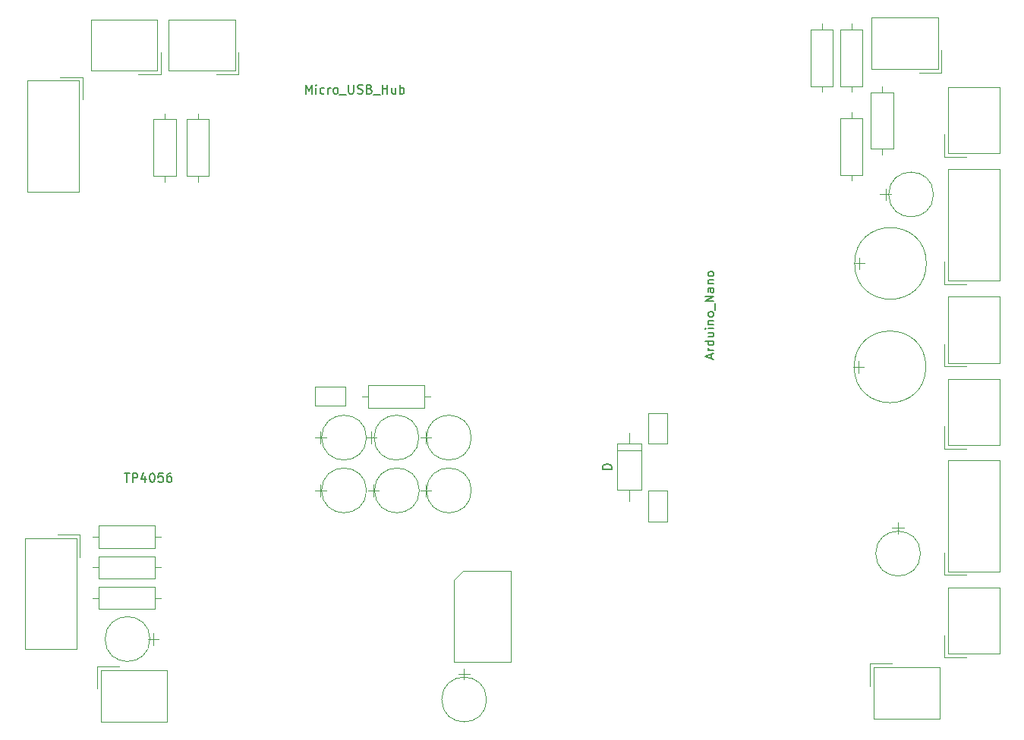
<source format=gbr>
G04 #@! TF.FileFunction,Other,Fab,Top*
%FSLAX46Y46*%
G04 Gerber Fmt 4.6, Leading zero omitted, Abs format (unit mm)*
G04 Created by KiCad (PCBNEW 4.0.6+dfsg1-1) date Mon Feb 19 16:16:53 2018*
%MOMM*%
%LPD*%
G01*
G04 APERTURE LIST*
%ADD10C,0.100000*%
%ADD11C,0.150000*%
G04 APERTURE END LIST*
D10*
X102750000Y-134100000D02*
G75*
G03X102750000Y-134100000I-2500000J0D01*
G01*
X103700000Y-134100000D02*
X102500000Y-134100000D01*
X103100000Y-134750000D02*
X103100000Y-133450000D01*
X188700000Y-124550000D02*
G75*
G03X188700000Y-124550000I-2500000J0D01*
G01*
X186200000Y-121100000D02*
X186200000Y-122300000D01*
X186850000Y-121700000D02*
X185550000Y-121700000D01*
X183150000Y-79340000D02*
X185650000Y-79340000D01*
X185650000Y-79340000D02*
X185650000Y-73040000D01*
X185650000Y-73040000D02*
X183150000Y-73040000D01*
X183150000Y-73040000D02*
X183150000Y-79340000D01*
X184400000Y-80000000D02*
X184400000Y-79340000D01*
X184400000Y-72380000D02*
X184400000Y-73040000D01*
X182250000Y-66060000D02*
X179750000Y-66060000D01*
X179750000Y-66060000D02*
X179750000Y-72360000D01*
X179750000Y-72360000D02*
X182250000Y-72360000D01*
X182250000Y-72360000D02*
X182250000Y-66060000D01*
X181000000Y-65400000D02*
X181000000Y-66060000D01*
X181000000Y-73020000D02*
X181000000Y-72360000D01*
X105650000Y-76060000D02*
X103150000Y-76060000D01*
X103150000Y-76060000D02*
X103150000Y-82360000D01*
X103150000Y-82360000D02*
X105650000Y-82360000D01*
X105650000Y-82360000D02*
X105650000Y-76060000D01*
X104400000Y-75400000D02*
X104400000Y-76060000D01*
X104400000Y-83020000D02*
X104400000Y-82360000D01*
X103340000Y-130750000D02*
X103340000Y-128250000D01*
X103340000Y-128250000D02*
X97040000Y-128250000D01*
X97040000Y-128250000D02*
X97040000Y-130750000D01*
X97040000Y-130750000D02*
X103340000Y-130750000D01*
X104000000Y-129500000D02*
X103340000Y-129500000D01*
X96380000Y-129500000D02*
X97040000Y-129500000D01*
X103340000Y-127350000D02*
X103340000Y-124850000D01*
X103340000Y-124850000D02*
X97040000Y-124850000D01*
X97040000Y-124850000D02*
X97040000Y-127350000D01*
X97040000Y-127350000D02*
X103340000Y-127350000D01*
X104000000Y-126100000D02*
X103340000Y-126100000D01*
X96380000Y-126100000D02*
X97040000Y-126100000D01*
X103340000Y-123950000D02*
X103340000Y-121450000D01*
X103340000Y-121450000D02*
X97040000Y-121450000D01*
X97040000Y-121450000D02*
X97040000Y-123950000D01*
X97040000Y-123950000D02*
X103340000Y-123950000D01*
X104000000Y-122700000D02*
X103340000Y-122700000D01*
X96380000Y-122700000D02*
X97040000Y-122700000D01*
X109350000Y-76060000D02*
X106850000Y-76060000D01*
X106850000Y-76060000D02*
X106850000Y-82360000D01*
X106850000Y-82360000D02*
X109350000Y-82360000D01*
X109350000Y-82360000D02*
X109350000Y-76060000D01*
X108100000Y-75400000D02*
X108100000Y-76060000D01*
X108100000Y-83020000D02*
X108100000Y-82360000D01*
X182250000Y-75960000D02*
X179750000Y-75960000D01*
X179750000Y-75960000D02*
X179750000Y-82260000D01*
X179750000Y-82260000D02*
X182250000Y-82260000D01*
X182250000Y-82260000D02*
X182250000Y-75960000D01*
X181000000Y-75300000D02*
X181000000Y-75960000D01*
X181000000Y-82920000D02*
X181000000Y-82260000D01*
X178950000Y-66060000D02*
X176450000Y-66060000D01*
X176450000Y-66060000D02*
X176450000Y-72360000D01*
X176450000Y-72360000D02*
X178950000Y-72360000D01*
X178950000Y-72360000D02*
X178950000Y-66060000D01*
X177700000Y-65400000D02*
X177700000Y-66060000D01*
X177700000Y-73020000D02*
X177700000Y-72360000D01*
X94550000Y-122850000D02*
X88800000Y-122850000D01*
X88800000Y-122850000D02*
X88800000Y-135250000D01*
X88800000Y-135250000D02*
X94550000Y-135250000D01*
X94550000Y-135250000D02*
X94550000Y-122850000D01*
X94950000Y-124950000D02*
X94950000Y-122450000D01*
X94950000Y-122450000D02*
X92450000Y-122450000D01*
X183450000Y-137250000D02*
X183450000Y-143000000D01*
X183450000Y-143000000D02*
X190850000Y-143000000D01*
X190850000Y-143000000D02*
X190850000Y-137250000D01*
X190850000Y-137250000D02*
X183450000Y-137250000D01*
X185550000Y-136850000D02*
X183050000Y-136850000D01*
X183050000Y-136850000D02*
X183050000Y-139350000D01*
X112250000Y-70650000D02*
X112250000Y-64900000D01*
X112250000Y-64900000D02*
X104850000Y-64900000D01*
X104850000Y-64900000D02*
X104850000Y-70650000D01*
X104850000Y-70650000D02*
X112250000Y-70650000D01*
X110150000Y-71050000D02*
X112650000Y-71050000D01*
X112650000Y-71050000D02*
X112650000Y-68550000D01*
X191750000Y-112450000D02*
X197500000Y-112450000D01*
X197500000Y-112450000D02*
X197500000Y-105050000D01*
X197500000Y-105050000D02*
X191750000Y-105050000D01*
X191750000Y-105050000D02*
X191750000Y-112450000D01*
X191350000Y-110350000D02*
X191350000Y-112850000D01*
X191350000Y-112850000D02*
X193850000Y-112850000D01*
X191750000Y-103250000D02*
X197500000Y-103250000D01*
X197500000Y-103250000D02*
X197500000Y-95850000D01*
X197500000Y-95850000D02*
X191750000Y-95850000D01*
X191750000Y-95850000D02*
X191750000Y-103250000D01*
X191350000Y-101150000D02*
X191350000Y-103650000D01*
X191350000Y-103650000D02*
X193850000Y-103650000D01*
X127060000Y-105750000D02*
X127060000Y-108250000D01*
X127060000Y-108250000D02*
X133360000Y-108250000D01*
X133360000Y-108250000D02*
X133360000Y-105750000D01*
X133360000Y-105750000D02*
X127060000Y-105750000D01*
X126400000Y-107000000D02*
X127060000Y-107000000D01*
X134020000Y-107000000D02*
X133360000Y-107000000D01*
X137635000Y-126530000D02*
X142985000Y-126530000D01*
X142985000Y-126530000D02*
X142985000Y-136690000D01*
X142985000Y-136690000D02*
X136635000Y-136690000D01*
X136635000Y-136690000D02*
X136635000Y-127530000D01*
X136635000Y-127530000D02*
X137635000Y-126530000D01*
X190650000Y-70450000D02*
X190650000Y-64700000D01*
X190650000Y-64700000D02*
X183250000Y-64700000D01*
X183250000Y-64700000D02*
X183250000Y-70450000D01*
X183250000Y-70450000D02*
X190650000Y-70450000D01*
X188550000Y-70850000D02*
X191050000Y-70850000D01*
X191050000Y-70850000D02*
X191050000Y-68350000D01*
X97250000Y-137550000D02*
X97250000Y-143300000D01*
X97250000Y-143300000D02*
X104650000Y-143300000D01*
X104650000Y-143300000D02*
X104650000Y-137550000D01*
X104650000Y-137550000D02*
X97250000Y-137550000D01*
X99350000Y-137150000D02*
X96850000Y-137150000D01*
X96850000Y-137150000D02*
X96850000Y-139650000D01*
X103550000Y-70650000D02*
X103550000Y-64900000D01*
X103550000Y-64900000D02*
X96150000Y-64900000D01*
X96150000Y-64900000D02*
X96150000Y-70650000D01*
X96150000Y-70650000D02*
X103550000Y-70650000D01*
X101450000Y-71050000D02*
X103950000Y-71050000D01*
X103950000Y-71050000D02*
X103950000Y-68550000D01*
X191750000Y-79850000D02*
X197500000Y-79850000D01*
X197500000Y-79850000D02*
X197500000Y-72450000D01*
X197500000Y-72450000D02*
X191750000Y-72450000D01*
X191750000Y-72450000D02*
X191750000Y-79850000D01*
X191350000Y-77750000D02*
X191350000Y-80250000D01*
X191350000Y-80250000D02*
X193850000Y-80250000D01*
X191750000Y-94050000D02*
X197500000Y-94050000D01*
X197500000Y-94050000D02*
X197500000Y-81650000D01*
X197500000Y-81650000D02*
X191750000Y-81650000D01*
X191750000Y-81650000D02*
X191750000Y-94050000D01*
X191350000Y-91950000D02*
X191350000Y-94450000D01*
X191350000Y-94450000D02*
X193850000Y-94450000D01*
X126900000Y-111600000D02*
G75*
G03X126900000Y-111600000I-2500000J0D01*
G01*
X121200000Y-111600000D02*
X122400000Y-111600000D01*
X121800000Y-110950000D02*
X121800000Y-112250000D01*
X158350000Y-112250000D02*
X160450000Y-112250000D01*
X160450000Y-112250000D02*
X160450000Y-108850000D01*
X160450000Y-108850000D02*
X158350000Y-108850000D01*
X158350000Y-108850000D02*
X158350000Y-112250000D01*
X124550000Y-108050000D02*
X124550000Y-105950000D01*
X124550000Y-105950000D02*
X121150000Y-105950000D01*
X121150000Y-105950000D02*
X121150000Y-108050000D01*
X121150000Y-108050000D02*
X124550000Y-108050000D01*
X160450000Y-117550000D02*
X158350000Y-117550000D01*
X158350000Y-117550000D02*
X158350000Y-120950000D01*
X158350000Y-120950000D02*
X160450000Y-120950000D01*
X160450000Y-120950000D02*
X160450000Y-117550000D01*
X94850000Y-71750000D02*
X89100000Y-71750000D01*
X89100000Y-71750000D02*
X89100000Y-84150000D01*
X89100000Y-84150000D02*
X94850000Y-84150000D01*
X94850000Y-84150000D02*
X94850000Y-71750000D01*
X95250000Y-73850000D02*
X95250000Y-71350000D01*
X95250000Y-71350000D02*
X92750000Y-71350000D01*
X191750000Y-126550000D02*
X197500000Y-126550000D01*
X197500000Y-126550000D02*
X197500000Y-114150000D01*
X197500000Y-114150000D02*
X191750000Y-114150000D01*
X191750000Y-114150000D02*
X191750000Y-126550000D01*
X191350000Y-124450000D02*
X191350000Y-126950000D01*
X191350000Y-126950000D02*
X193850000Y-126950000D01*
X189300000Y-103700000D02*
G75*
G03X189300000Y-103700000I-4000000J0D01*
G01*
X181200000Y-103700000D02*
X182400000Y-103700000D01*
X181800000Y-103050000D02*
X181800000Y-104350000D01*
X189350000Y-92150000D02*
G75*
G03X189350000Y-92150000I-4000000J0D01*
G01*
X181250000Y-92150000D02*
X182450000Y-92150000D01*
X181850000Y-91500000D02*
X181850000Y-92800000D01*
X140300000Y-140850000D02*
G75*
G03X140300000Y-140850000I-2500000J0D01*
G01*
X137800000Y-137400000D02*
X137800000Y-138600000D01*
X138450000Y-138000000D02*
X137150000Y-138000000D01*
X126900000Y-117500000D02*
G75*
G03X126900000Y-117500000I-2500000J0D01*
G01*
X121200000Y-117500000D02*
X122400000Y-117500000D01*
X121800000Y-116850000D02*
X121800000Y-118150000D01*
X190150000Y-84450000D02*
G75*
G03X190150000Y-84450000I-2500000J0D01*
G01*
X184200000Y-84450000D02*
X185400000Y-84450000D01*
X184800000Y-83800000D02*
X184800000Y-85100000D01*
X132750000Y-111600000D02*
G75*
G03X132750000Y-111600000I-2500000J0D01*
G01*
X126800000Y-111600000D02*
X128000000Y-111600000D01*
X127400000Y-110950000D02*
X127400000Y-112250000D01*
X138600000Y-117500000D02*
G75*
G03X138600000Y-117500000I-2500000J0D01*
G01*
X132900000Y-117500000D02*
X134100000Y-117500000D01*
X133500000Y-116850000D02*
X133500000Y-118150000D01*
X138600000Y-111600000D02*
G75*
G03X138600000Y-111600000I-2500000J0D01*
G01*
X132900000Y-111600000D02*
X134100000Y-111600000D01*
X133500000Y-110950000D02*
X133500000Y-112250000D01*
X132800000Y-117500000D02*
G75*
G03X132800000Y-117500000I-2500000J0D01*
G01*
X127100000Y-117500000D02*
X128300000Y-117500000D01*
X127700000Y-116850000D02*
X127700000Y-118150000D01*
X191750000Y-135750000D02*
X197500000Y-135750000D01*
X197500000Y-135750000D02*
X197500000Y-128350000D01*
X197500000Y-128350000D02*
X191750000Y-128350000D01*
X191750000Y-128350000D02*
X191750000Y-135750000D01*
X191350000Y-133650000D02*
X191350000Y-136150000D01*
X191350000Y-136150000D02*
X193850000Y-136150000D01*
X157550000Y-112260000D02*
X154850000Y-112260000D01*
X154850000Y-112260000D02*
X154850000Y-117460000D01*
X154850000Y-117460000D02*
X157550000Y-117460000D01*
X157550000Y-117460000D02*
X157550000Y-112260000D01*
X156200000Y-111050000D02*
X156200000Y-112260000D01*
X156200000Y-118670000D02*
X156200000Y-117460000D01*
X157550000Y-113040000D02*
X154850000Y-113040000D01*
D11*
X99909524Y-115562381D02*
X100480953Y-115562381D01*
X100195238Y-116562381D02*
X100195238Y-115562381D01*
X100814286Y-116562381D02*
X100814286Y-115562381D01*
X101195239Y-115562381D01*
X101290477Y-115610000D01*
X101338096Y-115657619D01*
X101385715Y-115752857D01*
X101385715Y-115895714D01*
X101338096Y-115990952D01*
X101290477Y-116038571D01*
X101195239Y-116086190D01*
X100814286Y-116086190D01*
X102242858Y-115895714D02*
X102242858Y-116562381D01*
X102004762Y-115514762D02*
X101766667Y-116229048D01*
X102385715Y-116229048D01*
X102957143Y-115562381D02*
X103052382Y-115562381D01*
X103147620Y-115610000D01*
X103195239Y-115657619D01*
X103242858Y-115752857D01*
X103290477Y-115943333D01*
X103290477Y-116181429D01*
X103242858Y-116371905D01*
X103195239Y-116467143D01*
X103147620Y-116514762D01*
X103052382Y-116562381D01*
X102957143Y-116562381D01*
X102861905Y-116514762D01*
X102814286Y-116467143D01*
X102766667Y-116371905D01*
X102719048Y-116181429D01*
X102719048Y-115943333D01*
X102766667Y-115752857D01*
X102814286Y-115657619D01*
X102861905Y-115610000D01*
X102957143Y-115562381D01*
X104195239Y-115562381D02*
X103719048Y-115562381D01*
X103671429Y-116038571D01*
X103719048Y-115990952D01*
X103814286Y-115943333D01*
X104052382Y-115943333D01*
X104147620Y-115990952D01*
X104195239Y-116038571D01*
X104242858Y-116133810D01*
X104242858Y-116371905D01*
X104195239Y-116467143D01*
X104147620Y-116514762D01*
X104052382Y-116562381D01*
X103814286Y-116562381D01*
X103719048Y-116514762D01*
X103671429Y-116467143D01*
X105100001Y-115562381D02*
X104909524Y-115562381D01*
X104814286Y-115610000D01*
X104766667Y-115657619D01*
X104671429Y-115800476D01*
X104623810Y-115990952D01*
X104623810Y-116371905D01*
X104671429Y-116467143D01*
X104719048Y-116514762D01*
X104814286Y-116562381D01*
X105004763Y-116562381D01*
X105100001Y-116514762D01*
X105147620Y-116467143D01*
X105195239Y-116371905D01*
X105195239Y-116133810D01*
X105147620Y-116038571D01*
X105100001Y-115990952D01*
X105004763Y-115943333D01*
X104814286Y-115943333D01*
X104719048Y-115990952D01*
X104671429Y-116038571D01*
X104623810Y-116133810D01*
X165366667Y-102757143D02*
X165366667Y-102280952D01*
X165652381Y-102852381D02*
X164652381Y-102519048D01*
X165652381Y-102185714D01*
X165652381Y-101852381D02*
X164985714Y-101852381D01*
X165176190Y-101852381D02*
X165080952Y-101804762D01*
X165033333Y-101757143D01*
X164985714Y-101661905D01*
X164985714Y-101566666D01*
X165652381Y-100804761D02*
X164652381Y-100804761D01*
X165604762Y-100804761D02*
X165652381Y-100899999D01*
X165652381Y-101090476D01*
X165604762Y-101185714D01*
X165557143Y-101233333D01*
X165461905Y-101280952D01*
X165176190Y-101280952D01*
X165080952Y-101233333D01*
X165033333Y-101185714D01*
X164985714Y-101090476D01*
X164985714Y-100899999D01*
X165033333Y-100804761D01*
X164985714Y-99899999D02*
X165652381Y-99899999D01*
X164985714Y-100328571D02*
X165509524Y-100328571D01*
X165604762Y-100280952D01*
X165652381Y-100185714D01*
X165652381Y-100042856D01*
X165604762Y-99947618D01*
X165557143Y-99899999D01*
X165652381Y-99423809D02*
X164985714Y-99423809D01*
X164652381Y-99423809D02*
X164700000Y-99471428D01*
X164747619Y-99423809D01*
X164700000Y-99376190D01*
X164652381Y-99423809D01*
X164747619Y-99423809D01*
X164985714Y-98947619D02*
X165652381Y-98947619D01*
X165080952Y-98947619D02*
X165033333Y-98900000D01*
X164985714Y-98804762D01*
X164985714Y-98661904D01*
X165033333Y-98566666D01*
X165128571Y-98519047D01*
X165652381Y-98519047D01*
X165652381Y-97900000D02*
X165604762Y-97995238D01*
X165557143Y-98042857D01*
X165461905Y-98090476D01*
X165176190Y-98090476D01*
X165080952Y-98042857D01*
X165033333Y-97995238D01*
X164985714Y-97900000D01*
X164985714Y-97757142D01*
X165033333Y-97661904D01*
X165080952Y-97614285D01*
X165176190Y-97566666D01*
X165461905Y-97566666D01*
X165557143Y-97614285D01*
X165604762Y-97661904D01*
X165652381Y-97757142D01*
X165652381Y-97900000D01*
X165747619Y-97376190D02*
X165747619Y-96614285D01*
X165652381Y-96376190D02*
X164652381Y-96376190D01*
X165652381Y-95804761D01*
X164652381Y-95804761D01*
X165652381Y-94899999D02*
X165128571Y-94899999D01*
X165033333Y-94947618D01*
X164985714Y-95042856D01*
X164985714Y-95233333D01*
X165033333Y-95328571D01*
X165604762Y-94899999D02*
X165652381Y-94995237D01*
X165652381Y-95233333D01*
X165604762Y-95328571D01*
X165509524Y-95376190D01*
X165414286Y-95376190D01*
X165319048Y-95328571D01*
X165271429Y-95233333D01*
X165271429Y-94995237D01*
X165223810Y-94899999D01*
X164985714Y-94423809D02*
X165652381Y-94423809D01*
X165080952Y-94423809D02*
X165033333Y-94376190D01*
X164985714Y-94280952D01*
X164985714Y-94138094D01*
X165033333Y-94042856D01*
X165128571Y-93995237D01*
X165652381Y-93995237D01*
X165652381Y-93376190D02*
X165604762Y-93471428D01*
X165557143Y-93519047D01*
X165461905Y-93566666D01*
X165176190Y-93566666D01*
X165080952Y-93519047D01*
X165033333Y-93471428D01*
X164985714Y-93376190D01*
X164985714Y-93233332D01*
X165033333Y-93138094D01*
X165080952Y-93090475D01*
X165176190Y-93042856D01*
X165461905Y-93042856D01*
X165557143Y-93090475D01*
X165604762Y-93138094D01*
X165652381Y-93233332D01*
X165652381Y-93376190D01*
X120147619Y-73202381D02*
X120147619Y-72202381D01*
X120480953Y-72916667D01*
X120814286Y-72202381D01*
X120814286Y-73202381D01*
X121290476Y-73202381D02*
X121290476Y-72535714D01*
X121290476Y-72202381D02*
X121242857Y-72250000D01*
X121290476Y-72297619D01*
X121338095Y-72250000D01*
X121290476Y-72202381D01*
X121290476Y-72297619D01*
X122195238Y-73154762D02*
X122100000Y-73202381D01*
X121909523Y-73202381D01*
X121814285Y-73154762D01*
X121766666Y-73107143D01*
X121719047Y-73011905D01*
X121719047Y-72726190D01*
X121766666Y-72630952D01*
X121814285Y-72583333D01*
X121909523Y-72535714D01*
X122100000Y-72535714D01*
X122195238Y-72583333D01*
X122623809Y-73202381D02*
X122623809Y-72535714D01*
X122623809Y-72726190D02*
X122671428Y-72630952D01*
X122719047Y-72583333D01*
X122814285Y-72535714D01*
X122909524Y-72535714D01*
X123385714Y-73202381D02*
X123290476Y-73154762D01*
X123242857Y-73107143D01*
X123195238Y-73011905D01*
X123195238Y-72726190D01*
X123242857Y-72630952D01*
X123290476Y-72583333D01*
X123385714Y-72535714D01*
X123528572Y-72535714D01*
X123623810Y-72583333D01*
X123671429Y-72630952D01*
X123719048Y-72726190D01*
X123719048Y-73011905D01*
X123671429Y-73107143D01*
X123623810Y-73154762D01*
X123528572Y-73202381D01*
X123385714Y-73202381D01*
X123909524Y-73297619D02*
X124671429Y-73297619D01*
X124909524Y-72202381D02*
X124909524Y-73011905D01*
X124957143Y-73107143D01*
X125004762Y-73154762D01*
X125100000Y-73202381D01*
X125290477Y-73202381D01*
X125385715Y-73154762D01*
X125433334Y-73107143D01*
X125480953Y-73011905D01*
X125480953Y-72202381D01*
X125909524Y-73154762D02*
X126052381Y-73202381D01*
X126290477Y-73202381D01*
X126385715Y-73154762D01*
X126433334Y-73107143D01*
X126480953Y-73011905D01*
X126480953Y-72916667D01*
X126433334Y-72821429D01*
X126385715Y-72773810D01*
X126290477Y-72726190D01*
X126100000Y-72678571D01*
X126004762Y-72630952D01*
X125957143Y-72583333D01*
X125909524Y-72488095D01*
X125909524Y-72392857D01*
X125957143Y-72297619D01*
X126004762Y-72250000D01*
X126100000Y-72202381D01*
X126338096Y-72202381D01*
X126480953Y-72250000D01*
X127242858Y-72678571D02*
X127385715Y-72726190D01*
X127433334Y-72773810D01*
X127480953Y-72869048D01*
X127480953Y-73011905D01*
X127433334Y-73107143D01*
X127385715Y-73154762D01*
X127290477Y-73202381D01*
X126909524Y-73202381D01*
X126909524Y-72202381D01*
X127242858Y-72202381D01*
X127338096Y-72250000D01*
X127385715Y-72297619D01*
X127433334Y-72392857D01*
X127433334Y-72488095D01*
X127385715Y-72583333D01*
X127338096Y-72630952D01*
X127242858Y-72678571D01*
X126909524Y-72678571D01*
X127671429Y-73297619D02*
X128433334Y-73297619D01*
X128671429Y-73202381D02*
X128671429Y-72202381D01*
X128671429Y-72678571D02*
X129242858Y-72678571D01*
X129242858Y-73202381D02*
X129242858Y-72202381D01*
X130147620Y-72535714D02*
X130147620Y-73202381D01*
X129719048Y-72535714D02*
X129719048Y-73059524D01*
X129766667Y-73154762D01*
X129861905Y-73202381D01*
X130004763Y-73202381D01*
X130100001Y-73154762D01*
X130147620Y-73107143D01*
X130623810Y-73202381D02*
X130623810Y-72202381D01*
X130623810Y-72583333D02*
X130719048Y-72535714D01*
X130909525Y-72535714D01*
X131004763Y-72583333D01*
X131052382Y-72630952D01*
X131100001Y-72726190D01*
X131100001Y-73011905D01*
X131052382Y-73107143D01*
X131004763Y-73154762D01*
X130909525Y-73202381D01*
X130719048Y-73202381D01*
X130623810Y-73154762D01*
X154242381Y-115121905D02*
X153242381Y-115121905D01*
X153242381Y-114883810D01*
X153290000Y-114740952D01*
X153385238Y-114645714D01*
X153480476Y-114598095D01*
X153670952Y-114550476D01*
X153813810Y-114550476D01*
X154004286Y-114598095D01*
X154099524Y-114645714D01*
X154194762Y-114740952D01*
X154242381Y-114883810D01*
X154242381Y-115121905D01*
M02*

</source>
